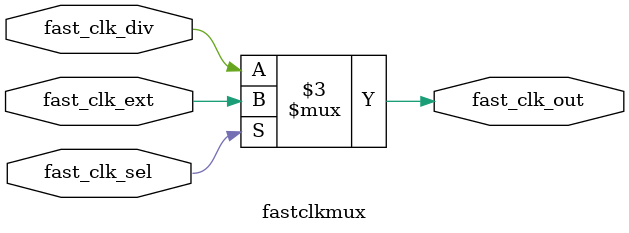
<source format=sv>

module fastclkmux(
  input bit fast_clk_sel, // ext (1) or divided (0)
  input bit fast_clk_ext, // 6.5536MHz external
  input bit fast_clk_div, // 5MHz divided from 50MHz
  output bit fast_clk_out
  );

  always_comb begin
    if (fast_clk_sel)
	   fast_clk_out = fast_clk_ext;
    else
	   fast_clk_out = fast_clk_div;
  end

endmodule

</source>
